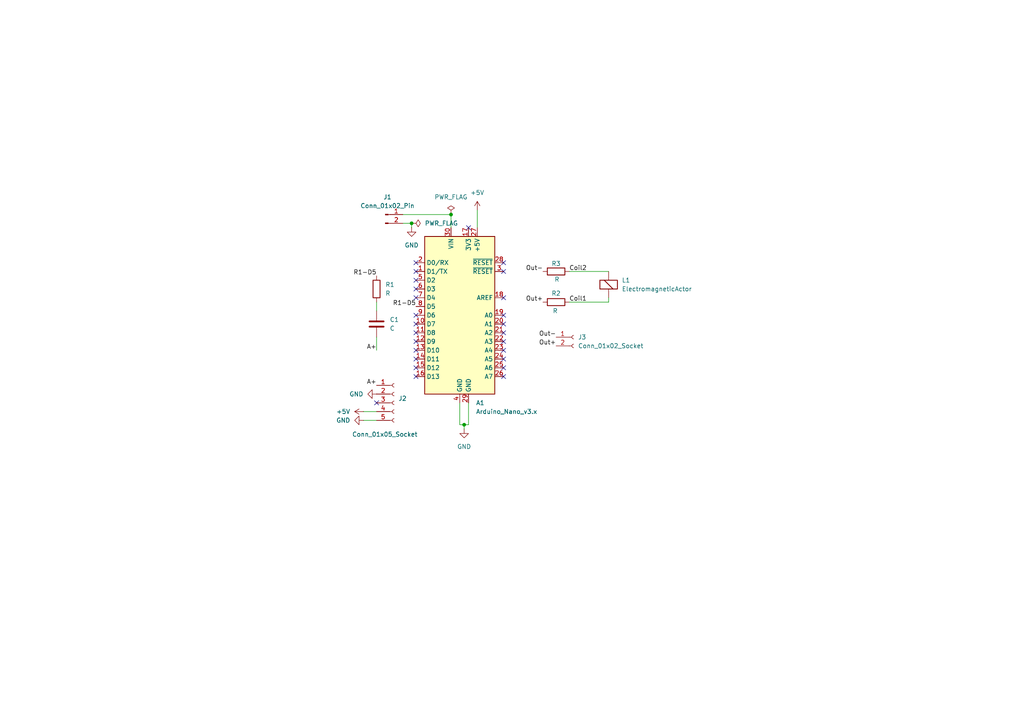
<source format=kicad_sch>
(kicad_sch (version 20250114) (generator "eeschema") (generator_version "9.0")
  (paper "A4")
  (lib_symbols
    (symbol "Connector:Conn_01x02_Pin" (pin_names (offset 1.016) (hide yes))
      (property "Reference" "J" (at 0 2.54 0))
      (property "Value" "Conn_01x02_Pin" (at 0 -5.08 0))
      (symbol "Conn_01x02_Pin_1_1"
        (rectangle (start 0.8636 0.127) (end 0 -0.127) (stroke (width 0.1524)) (fill (type outline)))
        (rectangle (start 0.8636 -2.413) (end 0 -2.667) (stroke (width 0.1524)) (fill (type outline)))
        (polyline (pts (xy 1.27 0) (xy 0.8636 0)) (stroke (width 0.1524)))
        (polyline (pts (xy 1.27 -2.54) (xy 0.8636 -2.54)) (stroke (width 0.1524)))
        (pin passive line (at 5.08 0 180) (length 3.81) (name "Pin_1") (number "1"))
        (pin passive line (at 5.08 -2.54 180) (length 3.81) (name "Pin_2") (number "2"))
      )
    )
    (symbol "Connector:Conn_01x02_Socket" (pin_names (offset 1.016) (hide yes))
      (property "Reference" "J" (at 0 2.54 0))
      (property "Value" "Conn_01x02_Socket" (at 0 -5.08 0))
      (symbol "Conn_01x02_Socket_1_1"
        (polyline (pts (xy -1.27 0) (xy -0.508 0)) (stroke (width 0.1524)))
        (polyline (pts (xy -1.27 -2.54) (xy -0.508 -2.54)) (stroke (width 0.1524)))
        (arc (start 0 -0.508) (mid -0.5058 0) (end 0 0.508) (stroke (width 0.1524)))
        (arc (start 0 -3.048) (mid -0.5058 -2.54) (end 0 -2.032) (stroke (width 0.1524)))
        (pin passive line (at -5.08 0 0) (length 3.81) (name "Pin_1") (number "1"))
        (pin passive line (at -5.08 -2.54 0) (length 3.81) (name "Pin_2") (number "2"))
      )
    )
    (symbol "Connector:Conn_01x05_Socket" (pin_names (offset 1.016) (hide yes))
      (property "Reference" "J" (at 0 7.62 0))
      (property "Value" "Conn_01x05_Socket" (at 0 -7.62 0))
      (symbol "Conn_01x05_Socket_1_1"
        (polyline (pts (xy -1.27 5.08) (xy -0.508 5.08)) (stroke (width 0.1524)))
        (polyline (pts (xy -1.27 2.54) (xy -0.508 2.54)) (stroke (width 0.1524)))
        (polyline (pts (xy -1.27 0) (xy -0.508 0)) (stroke (width 0.1524)))
        (polyline (pts (xy -1.27 -2.54) (xy -0.508 -2.54)) (stroke (width 0.1524)))
        (polyline (pts (xy -1.27 -5.08) (xy -0.508 -5.08)) (stroke (width 0.1524)))
        (arc (start 0 4.572) (mid -0.5058 5.08) (end 0 5.588) (stroke (width 0.1524)))
        (arc (start 0 2.032) (mid -0.5058 2.54) (end 0 3.048) (stroke (width 0.1524)))
        (arc (start 0 -0.508) (mid -0.5058 0) (end 0 0.508) (stroke (width 0.1524)))
        (arc (start 0 -3.048) (mid -0.5058 -2.54) (end 0 -2.032) (stroke (width 0.1524)))
        (arc (start 0 -5.588) (mid -0.5058 -5.08) (end 0 -4.572) (stroke (width 0.1524)))
        (pin passive line (at -5.08 5.08 0) (length 3.81) (name "Pin_1") (number "1"))
        (pin passive line (at -5.08 2.54 0) (length 3.81) (name "Pin_2") (number "2"))
        (pin passive line (at -5.08 0 0) (length 3.81) (name "Pin_3") (number "3"))
        (pin passive line (at -5.08 -2.54 0) (length 3.81) (name "Pin_4") (number "4"))
        (pin passive line (at -5.08 -5.08 0) (length 3.81) (name "Pin_5") (number "5"))
      )
    )
    (symbol "Device:C" (pin_numbers (hide yes)) (pin_names (offset 0.254))
      (property "Reference" "C" (at 0.635 2.54 0))
      (property "Value" "C" (at 0.635 -2.54 0))
      (symbol "C_0_1"
        (polyline (pts (xy -2.032 0.762) (xy 2.032 0.762)) (stroke (width 0.508)))
        (polyline (pts (xy -2.032 -0.762) (xy 2.032 -0.762)) (stroke (width 0.508)))
      )
      (symbol "C_1_1"
        (pin passive line (at 0 3.81 270) (length 2.794) (name "~") (number "1"))
        (pin passive line (at 0 -3.81 90) (length 2.794) (name "~") (number "2"))
      )
    )
    (symbol "Device:ElectromagneticActor" (pin_numbers (hide yes)) (pin_names (offset 0.0254) (hide yes))
      (property "Reference" "L" (at 1.27 3.81 0))
      (property "Value" "ElectromagneticActor" (at 1.27 -1.27 0))
      (symbol "ElectromagneticActor_0_1"
        (rectangle (start -2.54 2.54) (end 2.54 0) (stroke (width 0.254)))
        (polyline (pts (xy -1.27 2.54) (xy 1.27 0)) (stroke (width 0.254)))
      )
      (symbol "ElectromagneticActor_1_1"
        (pin passive line (at 0 5.08 270) (length 2.54) (name "-") (number "1"))
        (pin passive line (at 0 -2.54 90) (length 2.54) (name "+") (number "2"))
      )
    )
    (symbol "Device:R" (pin_numbers (hide yes)) (pin_names (offset 0))
      (property "Reference" "R" (at 2.032 0 90))
      (property "Value" "R" (at 0 0 90))
      (symbol "R_0_1"
        (rectangle (start -1.016 -2.54) (end 1.016 2.54) (stroke (width 0.254)))
      )
      (symbol "R_1_1"
        (pin passive line (at 0 3.81 270) (length 1.27) (name "~") (number "1"))
        (pin passive line (at 0 -3.81 90) (length 1.27) (name "~") (number "2"))
      )
    )
    (symbol "MCU_Module:Arduino_Nano_v3.x"
      (property "Reference" "A" (at -10.16 23.495 0))
      (property "Value" "Arduino_Nano_v3.x" (at 5.08 -24.13 0))
      (symbol "Arduino_Nano_v3.x_0_1"
        (rectangle (start -10.16 22.86) (end 10.16 -22.86) (stroke (width 0.254)) (fill (type background)))
      )
      (symbol "Arduino_Nano_v3.x_1_1"
        (pin bidirectional line (at -12.7 15.24 0) (length 2.54) (name "D0/RX") (number "2"))
        (pin bidirectional line (at -12.7 12.7 0) (length 2.54) (name "D1/TX") (number "1"))
        (pin bidirectional line (at -12.7 10.16 0) (length 2.54) (name "D2") (number "5"))
        (pin bidirectional line (at -12.7 7.62 0) (length 2.54) (name "D3") (number "6"))
        (pin bidirectional line (at -12.7 5.08 0) (length 2.54) (name "D4") (number "7"))
        (pin bidirectional line (at -12.7 2.54 0) (length 2.54) (name "D5") (number "8"))
        (pin bidirectional line (at -12.7 0 0) (length 2.54) (name "D6") (number "9"))
        (pin bidirectional line (at -12.7 -2.54 0) (length 2.54) (name "D7") (number "10"))
        (pin bidirectional line (at -12.7 -5.08 0) (length 2.54) (name "D8") (number "11"))
        (pin bidirectional line (at -12.7 -7.62 0) (length 2.54) (name "D9") (number "12"))
        (pin bidirectional line (at -12.7 -10.16 0) (length 2.54) (name "D10") (number "13"))
        (pin bidirectional line (at -12.7 -12.7 0) (length 2.54) (name "D11") (number "14"))
        (pin bidirectional line (at -12.7 -15.24 0) (length 2.54) (name "D12") (number "15"))
        (pin bidirectional line (at -12.7 -17.78 0) (length 2.54) (name "D13") (number "16"))
        (pin power_in line (at -2.54 25.4 270) (length 2.54) (name "VIN") (number "30"))
        (pin power_in line (at 0 -25.4 90) (length 2.54) (name "GND") (number "4"))
        (pin power_out line (at 2.54 25.4 270) (length 2.54) (name "3V3") (number "17"))
        (pin power_in line (at 2.54 -25.4 90) (length 2.54) (name "GND") (number "29"))
        (pin power_out line (at 5.08 25.4 270) (length 2.54) (name "+5V") (number "27"))
        (pin input line (at 12.7 15.24 180) (length 2.54) (name "~{RESET}") (number "28"))
        (pin input line (at 12.7 12.7 180) (length 2.54) (name "~{RESET}") (number "3"))
        (pin input line (at 12.7 5.08 180) (length 2.54) (name "AREF") (number "18"))
        (pin bidirectional line (at 12.7 0 180) (length 2.54) (name "A0") (number "19"))
        (pin bidirectional line (at 12.7 -2.54 180) (length 2.54) (name "A1") (number "20"))
        (pin bidirectional line (at 12.7 -5.08 180) (length 2.54) (name "A2") (number "21"))
        (pin bidirectional line (at 12.7 -7.62 180) (length 2.54) (name "A3") (number "22"))
        (pin bidirectional line (at 12.7 -10.16 180) (length 2.54) (name "A4") (number "23"))
        (pin bidirectional line (at 12.7 -12.7 180) (length 2.54) (name "A5") (number "24"))
        (pin bidirectional line (at 12.7 -15.24 180) (length 2.54) (name "A6") (number "25"))
        (pin bidirectional line (at 12.7 -17.78 180) (length 2.54) (name "A7") (number "26"))
      )
    )
    (symbol "power:+5V" (power) (pin_numbers (hide yes)) (pin_names (offset 0) (hide yes))
      (property "Value" "+5V" (at 0 3.556 0))
      (symbol "+5V_0_1"
        (polyline (pts (xy -0.762 1.27) (xy 0 2.54)))
        (polyline (pts (xy 0 2.54) (xy 0.762 1.27)))
        (polyline (pts (xy 0 0) (xy 0 2.54)))
      )
      (symbol "+5V_1_1"
        (pin power_in line (at 0 0 90) (length 0) (name "~") (number "1"))
      )
    )
    (symbol "power:GND" (power) (pin_numbers (hide yes)) (pin_names (offset 0) (hide yes))
      (property "Value" "GND" (at 0 -3.81 0))
      (symbol "GND_0_1"
        (polyline (pts (xy 0 0) (xy 0 -1.27) (xy 1.27 -1.27) (xy 0 -2.54) (xy -1.27 -1.27) (xy 0 -1.27)))
      )
      (symbol "GND_1_1"
        (pin power_in line (at 0 0 270) (length 0) (name "~") (number "1"))
      )
    )
    (symbol "power:PWR_FLAG" (power) (pin_numbers (hide yes)) (pin_names (offset 0) (hide yes))
      (property "Value" "PWR_FLAG" (at 0 3.81 0))
      (symbol "PWR_FLAG_0_0"
        (pin power_out line (at 0 0 90) (length 0) (name "~") (number "1"))
      )
      (symbol "PWR_FLAG_0_1"
        (polyline (pts (xy 0 0) (xy 0 1.27) (xy -1.016 1.905) (xy 0 2.54) (xy 1.016 1.905) (xy 0 1.27)))
      )
    )
  )
  (junction (at 130.81 62.23))
  (junction (at 134.62 123.19))
  (junction (at 119.38 64.77))
  (no_connect (at 120.65 93.98))
  (no_connect (at 120.65 91.44))
  (no_connect (at 146.05 93.98))
  (no_connect (at 146.05 109.22))
  (no_connect (at 146.05 101.6))
  (no_connect (at 146.05 91.44))
  (no_connect (at 135.89 66.04))
  (no_connect (at 146.05 78.74))
  (no_connect (at 120.65 96.52))
  (no_connect (at 109.22 116.84))
  (no_connect (at 146.05 104.14))
  (no_connect (at 120.65 86.36))
  (no_connect (at 120.65 104.14))
  (no_connect (at 146.05 99.06))
  (no_connect (at 120.65 76.2))
  (no_connect (at 120.65 101.6))
  (no_connect (at 120.65 106.68))
  (no_connect (at 120.65 109.22))
  (no_connect (at 146.05 76.2))
  (no_connect (at 120.65 78.74))
  (no_connect (at 120.65 81.28))
  (no_connect (at 146.05 106.68))
  (no_connect (at 146.05 86.36))
  (no_connect (at 120.65 99.06))
  (no_connect (at 146.05 96.52))
  (no_connect (at 120.65 83.82))
  (wire (pts (xy 165.1 87.63) (xy 176.53 87.63)))
  (wire (pts (xy 130.81 62.23) (xy 130.81 66.04)))
  (wire (pts (xy 176.53 86.36) (xy 176.53 87.63)))
  (wire (pts (xy 133.35 116.84) (xy 133.35 123.19)))
  (wire (pts (xy 133.35 123.19) (xy 134.62 123.19)))
  (wire (pts (xy 116.84 62.23) (xy 130.81 62.23)))
  (wire (pts (xy 135.89 116.84) (xy 135.89 123.19)))
  (wire (pts (xy 105.41 119.38) (xy 109.22 119.38)))
  (wire (pts (xy 109.22 97.79) (xy 109.22 101.6)))
  (wire (pts (xy 105.41 121.92) (xy 109.22 121.92)))
  (wire (pts (xy 109.22 87.63) (xy 109.22 90.17)))
  (wire (pts (xy 138.43 60.96) (xy 138.43 66.04)))
  (wire (pts (xy 116.84 64.77) (xy 119.38 64.77)))
  (wire (pts (xy 176.53 78.74) (xy 165.1 78.74)))
  (wire (pts (xy 135.89 123.19) (xy 134.62 123.19)))
  (wire (pts (xy 134.62 123.19) (xy 134.62 124.46)))
  (wire (pts (xy 119.38 64.77) (xy 119.38 66.04)))
  (label "R1-D5" (at 109.22 80.01 180))
  (label "A+" (at 109.22 111.76 180))
  (label "Out-" (at 161.29 97.79 180))
  (label "Coil2" (at 165.1 78.74 0))
  (label "R1-D5" (at 120.65 88.9 180))
  (label "Coil1" (at 165.1 87.63 0))
  (label "Out-" (at 157.48 78.74 180))
  (label "A+" (at 109.22 101.6 180))
  (label "Out+" (at 161.29 100.33 180))
  (label "Out+" (at 157.48 87.63 180))
  (symbol (lib_id "Device:R") (at 109.22 83.82 0) (unit 1)
    (property "Reference" "R1" (at 111.76 82.5499 0) (effects (justify left)))
    (property "Value" "R" (at 111.76 85.0899 0) (effects (justify left)))
    (property "Footprint" "Resistor_THT:R_Axial_DIN0204_L3.6mm_D1.6mm_P5.08mm_Horizontal" (effects (hide yes)))
    (property "Description" "Resistor" (effects (hide yes)))
  )
  (symbol (lib_id "Connector:Conn_01x02_Pin") (at 111.76 62.23 0) (unit 1)
    (property "Reference" "J1" (at 112.395 57.15 0))
    (property "Value" "Conn_01x02_Pin" (at 112.395 59.69 0))
    (property "Footprint" "Connector_PinSocket_2.54mm:PinSocket_1x02_P2.54mm_Vertical" (effects (hide yes)))
    (property "Description" "Generic connector, single row, 01x02, script generated" (effects (hide yes)))
  )
  (symbol (lib_id "Connector:Conn_01x05_Socket") (at 114.3 116.84 0) (unit 1)
    (property "Reference" "J2" (at 115.57 115.5699 0) (effects (justify left)))
    (property "Value" "Conn_01x05_Socket" (at 102.108 125.984 0) (effects (justify left)))
    (property "Footprint" "Connector_PinSocket_2.54mm:PinSocket_1x05_P2.54mm_Vertical" (effects (hide yes)))
    (property "Description" "Generic connector, single row, 01x05, script generated" (effects (hide yes)))
  )
  (symbol (lib_id "Device:R") (at 161.29 87.63 90) (unit 1)
    (property "Reference" "R2" (at 161.29 85.09 90))
    (property "Value" "R" (at 161.036 90.17 90))
    (property "Footprint" "Resistor_THT:R_Axial_DIN0204_L3.6mm_D1.6mm_P5.08mm_Horizontal" (effects (hide yes)))
    (property "Description" "Resistor" (effects (hide yes)))
  )
  (symbol (lib_id "power:+5V") (at 105.41 119.38 90) (unit 1)
    (property "Reference" "#PWR010" (effects (hide yes)))
    (property "Value" "+5V" (at 101.6 119.3799 90) (effects (justify left)))
    (property "Description" "Power symbol creates a global label with name \"+5V\"" (effects (hide yes)))
  )
  (symbol (lib_id "Device:C") (at 109.22 93.98 0) (unit 1)
    (property "Reference" "C1" (at 113.03 92.7099 0) (effects (justify left)))
    (property "Value" "C" (at 113.03 95.2499 0) (effects (justify left)))
    (property "Footprint" "Resistor_THT:R_Axial_DIN0204_L3.6mm_D1.6mm_P5.08mm_Horizontal" (effects (hide yes)))
    (property "Description" "Unpolarized capacitor" (effects (hide yes)))
  )
  (symbol (lib_id "power:GND") (at 119.38 66.04 0) (unit 1)
    (property "Reference" "#PWR01" (effects (hide yes)))
    (property "Value" "GND" (at 119.38 71.12 0))
    (property "Description" "Power symbol creates a global label with name \"GND\" , ground" (effects (hide yes)))
  )
  (symbol (lib_id "MCU_Module:Arduino_Nano_v3.x") (at 133.35 91.44 0) (unit 1)
    (property "Reference" "A1" (at 138.0333 116.84 0) (effects (justify left)))
    (property "Value" "Arduino_Nano_v3.x" (at 138.0333 119.38 0) (effects (justify left)))
    (property "Footprint" "Module:Arduino_Nano" (effects (hide yes)))
    (property "Datasheet" "http://www.mouser.com/pdfdocs/Gravitech_Arduino_Nano3_0.pdf" (effects (hide yes)))
    (property "Description" "Arduino Nano v3.x" (effects (hide yes)))
  )
  (symbol (lib_id "Device:ElectromagneticActor") (at 176.53 83.82 0) (unit 1)
    (property "Reference" "L1" (at 180.34 81.2799 0) (effects (justify left)))
    (property "Value" "ElectromagneticActor" (at 180.34 83.8199 0) (effects (justify left)))
    (property "Footprint" "Resistor_THT:R_Axial_DIN0204_L3.6mm_D1.6mm_P5.08mm_Horizontal" (effects (hide yes)))
    (property "Description" "Electromagnetic actor" (effects (hide yes)))
  )
  (symbol (lib_id "power:PWR_FLAG") (at 119.38 64.77 270) (unit 1)
    (property "Reference" "#FLG02" (effects (hide yes)))
    (property "Value" "PWR_FLAG" (at 123.19 64.7699 90) (effects (justify left)))
    (property "Description" "Special symbol for telling ERC where power comes from" (effects (hide yes)))
  )
  (symbol (lib_id "power:GND") (at 109.22 114.3 270) (unit 1)
    (property "Reference" "#PWR08" (effects (hide yes)))
    (property "Value" "GND" (at 105.41 114.2999 90) (effects (justify right)))
    (property "Description" "Power symbol creates a global label with name \"GND\" , ground" (effects (hide yes)))
  )
  (symbol (lib_id "Device:R") (at 161.29 78.74 270) (unit 1)
    (property "Reference" "R3" (at 161.29 76.454 90))
    (property "Value" "R" (at 161.544 81.026 90))
    (property "Footprint" "Resistor_THT:R_Axial_DIN0204_L3.6mm_D1.6mm_P5.08mm_Horizontal" (effects (hide yes)))
    (property "Description" "Resistor" (effects (hide yes)))
  )
  (symbol (lib_id "Connector:Conn_01x02_Socket") (at 166.37 97.79 0) (unit 1)
    (property "Reference" "J3" (at 167.64 97.7899 0) (effects (justify left)))
    (property "Value" "Conn_01x02_Socket" (at 167.64 100.3299 0) (effects (justify left)))
    (property "Footprint" "Resistor_THT:R_Axial_DIN0204_L3.6mm_D1.6mm_P5.08mm_Horizontal" (effects (hide yes)))
    (property "Description" "Generic connector, single row, 01x02, script generated" (effects (hide yes)))
  )
  (symbol (lib_id "power:GND") (at 134.62 124.46 0) (unit 1)
    (property "Reference" "#PWR03" (effects (hide yes)))
    (property "Value" "GND" (at 134.62 129.54 0))
    (property "Description" "Power symbol creates a global label with name \"GND\" , ground" (effects (hide yes)))
  )
  (symbol (lib_id "power:+5V") (at 138.43 60.96 0) (unit 1)
    (property "Reference" "#PWR02" (effects (hide yes)))
    (property "Value" "+5V" (at 138.43 55.88 0))
    (property "Description" "Power symbol creates a global label with name \"+5V\"" (effects (hide yes)))
  )
  (symbol (lib_id "power:PWR_FLAG") (at 130.81 62.23 0) (unit 1)
    (property "Reference" "#FLG01" (effects (hide yes)))
    (property "Value" "PWR_FLAG" (at 130.81 57.15 0))
    (property "Description" "Special symbol for telling ERC where power comes from" (effects (hide yes)))
  )
  (symbol (lib_id "power:GND") (at 105.41 121.92 270) (unit 1)
    (property "Reference" "#PWR05" (effects (hide yes)))
    (property "Value" "GND" (at 101.6 121.9199 90) (effects (justify right)))
    (property "Description" "Power symbol creates a global label with name \"GND\" , ground" (effects (hide yes)))
  )
)
</source>
